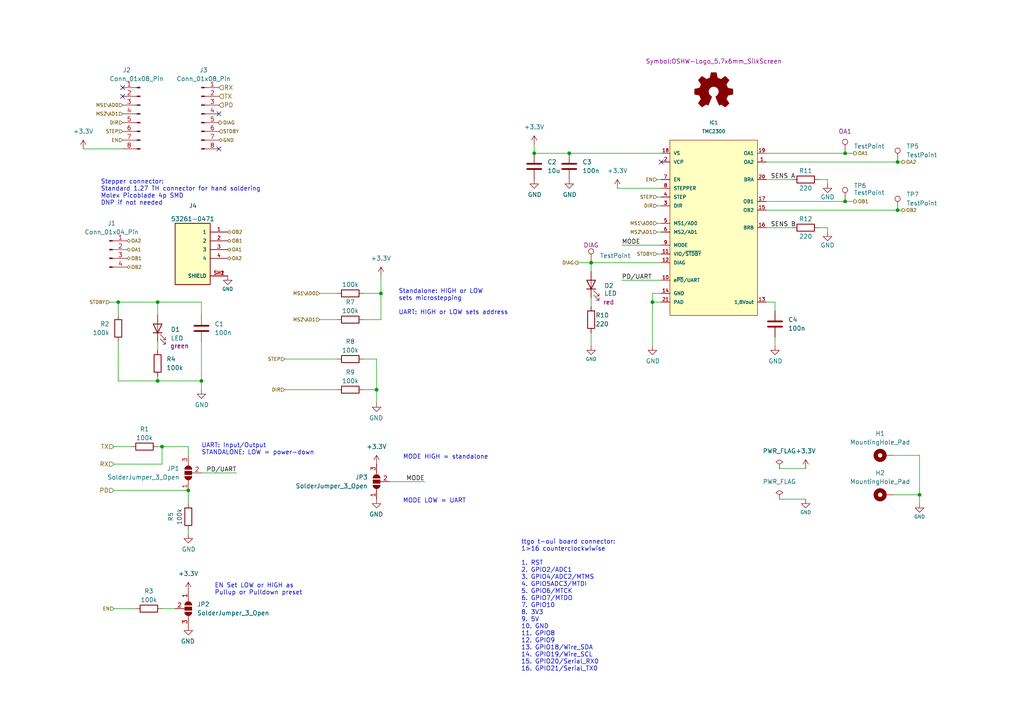
<source format=kicad_sch>
(kicad_sch (version 20230121) (generator eeschema)
  (paper "A4")
  (lib_symbols
    (symbol "53261-0471:53261-0471" (pin_names (offset 1.016))
      (property "Reference" "J" (at -5.0803 7.6204 0))
      (property "Value" "53261-0471" (at -5.0862 -12.7155 0))
      (symbol "53261-0471_0_0"
        (rectangle (start -5.08 -10.16) (end 5.08 7.62) (stroke (width 0.254)) (fill (type background)))
        (pin passive line (at -10.16 5.08 0) (length 5.08) (name "1") (number "1"))
        (pin passive line (at -10.16 2.54 0) (length 5.08) (name "2") (number "2"))
        (pin passive line (at -10.16 0 0) (length 5.08) (name "3") (number "3"))
        (pin passive line (at -10.16 -2.54 0) (length 5.08) (name "4") (number "4"))
        (pin passive line (at -10.16 -7.62 0) (length 5.08) (name "SHIELD") (number "SH1"))
        (pin passive line (at -10.16 -7.62 0) (length 5.08) (name "SHIELD") (number "SH2"))
      )
    )
    (symbol "Connector:Conn_01x04_Pin" (pin_names (offset 1.016) hide)
      (property "Reference" "J" (at 0 5.08 0))
      (property "Value" "Conn_01x04_Pin" (at 0 -7.62 0))
      (symbol "Conn_01x04_Pin_1_1"
        (polyline (pts (xy 1.27 -5.08) (xy 0.8636 -5.08)) (stroke (width 0.1524)))
        (polyline (pts (xy 1.27 -2.54) (xy 0.8636 -2.54)) (stroke (width 0.1524)))
        (polyline (pts (xy 1.27 0) (xy 0.8636 0)) (stroke (width 0.1524)))
        (polyline (pts (xy 1.27 2.54) (xy 0.8636 2.54)) (stroke (width 0.1524)))
        (rectangle (start 0.8636 -4.953) (end 0 -5.207) (stroke (width 0.1524)) (fill (type outline)))
        (rectangle (start 0.8636 -2.413) (end 0 -2.667) (stroke (width 0.1524)) (fill (type outline)))
        (rectangle (start 0.8636 0.127) (end 0 -0.127) (stroke (width 0.1524)) (fill (type outline)))
        (rectangle (start 0.8636 2.667) (end 0 2.413) (stroke (width 0.1524)) (fill (type outline)))
        (pin passive line (at 5.08 2.54 180) (length 3.81) (name "Pin_1") (number "1"))
        (pin passive line (at 5.08 0 180) (length 3.81) (name "Pin_2") (number "2"))
        (pin passive line (at 5.08 -2.54 180) (length 3.81) (name "Pin_3") (number "3"))
        (pin passive line (at 5.08 -5.08 180) (length 3.81) (name "Pin_4") (number "4"))
      )
    )
    (symbol "Connector:Conn_01x08_Pin" (pin_names (offset 1.016) hide)
      (property "Reference" "J" (at 0 10.16 0))
      (property "Value" "Conn_01x08_Pin" (at 0 -12.7 0))
      (symbol "Conn_01x08_Pin_1_1"
        (polyline (pts (xy 1.27 -10.16) (xy 0.8636 -10.16)) (stroke (width 0.1524)))
        (polyline (pts (xy 1.27 -7.62) (xy 0.8636 -7.62)) (stroke (width 0.1524)))
        (polyline (pts (xy 1.27 -5.08) (xy 0.8636 -5.08)) (stroke (width 0.1524)))
        (polyline (pts (xy 1.27 -2.54) (xy 0.8636 -2.54)) (stroke (width 0.1524)))
        (polyline (pts (xy 1.27 0) (xy 0.8636 0)) (stroke (width 0.1524)))
        (polyline (pts (xy 1.27 2.54) (xy 0.8636 2.54)) (stroke (width 0.1524)))
        (polyline (pts (xy 1.27 5.08) (xy 0.8636 5.08)) (stroke (width 0.1524)))
        (polyline (pts (xy 1.27 7.62) (xy 0.8636 7.62)) (stroke (width 0.1524)))
        (rectangle (start 0.8636 -10.033) (end 0 -10.287) (stroke (width 0.1524)) (fill (type outline)))
        (rectangle (start 0.8636 -7.493) (end 0 -7.747) (stroke (width 0.1524)) (fill (type outline)))
        (rectangle (start 0.8636 -4.953) (end 0 -5.207) (stroke (width 0.1524)) (fill (type outline)))
        (rectangle (start 0.8636 -2.413) (end 0 -2.667) (stroke (width 0.1524)) (fill (type outline)))
        (rectangle (start 0.8636 0.127) (end 0 -0.127) (stroke (width 0.1524)) (fill (type outline)))
        (rectangle (start 0.8636 2.667) (end 0 2.413) (stroke (width 0.1524)) (fill (type outline)))
        (rectangle (start 0.8636 5.207) (end 0 4.953) (stroke (width 0.1524)) (fill (type outline)))
        (rectangle (start 0.8636 7.747) (end 0 7.493) (stroke (width 0.1524)) (fill (type outline)))
        (pin passive line (at 5.08 7.62 180) (length 3.81) (name "Pin_1") (number "1"))
        (pin passive line (at 5.08 5.08 180) (length 3.81) (name "Pin_2") (number "2"))
        (pin passive line (at 5.08 2.54 180) (length 3.81) (name "Pin_3") (number "3"))
        (pin passive line (at 5.08 0 180) (length 3.81) (name "Pin_4") (number "4"))
        (pin passive line (at 5.08 -2.54 180) (length 3.81) (name "Pin_5") (number "5"))
        (pin passive line (at 5.08 -5.08 180) (length 3.81) (name "Pin_6") (number "6"))
        (pin passive line (at 5.08 -7.62 180) (length 3.81) (name "Pin_7") (number "7"))
        (pin passive line (at 5.08 -10.16 180) (length 3.81) (name "Pin_8") (number "8"))
      )
    )
    (symbol "Connector:TestPoint" (pin_numbers hide) (pin_names (offset 0.762) hide)
      (property "Reference" "TP" (at 0 6.858 0))
      (property "Value" "TestPoint" (at 0 5.08 0))
      (symbol "TestPoint_0_1"
        (circle (center 0 3.302) (radius 0.762))
      )
      (symbol "TestPoint_1_1"
        (pin passive line (at 0 0 90) (length 2.54) (name "1") (number "1"))
      )
    )
    (symbol "Device:C" (pin_numbers hide) (pin_names (offset 0.254))
      (property "Reference" "C" (at 0.635 2.54 0))
      (property "Value" "C" (at 0.635 -2.54 0))
      (symbol "C_0_1"
        (polyline (pts (xy -2.032 -0.762) (xy 2.032 -0.762)) (stroke (width 0.508)))
        (polyline (pts (xy -2.032 0.762) (xy 2.032 0.762)) (stroke (width 0.508)))
      )
      (symbol "C_1_1"
        (pin passive line (at 0 3.81 270) (length 2.794) (name "~") (number "1"))
        (pin passive line (at 0 -3.81 90) (length 2.794) (name "~") (number "2"))
      )
    )
    (symbol "Device:LED" (pin_numbers hide) (pin_names (offset 1.016) hide)
      (property "Reference" "D" (at 0 2.54 0))
      (property "Value" "LED" (at 0 -2.54 0))
      (symbol "LED_0_1"
        (polyline (pts (xy -1.27 -1.27) (xy -1.27 1.27)) (stroke (width 0.254)))
        (polyline (pts (xy -1.27 0) (xy 1.27 0)))
        (polyline (pts (xy 1.27 -1.27) (xy 1.27 1.27) (xy -1.27 0) (xy 1.27 -1.27)) (stroke (width 0.254)))
        (polyline (pts (xy -3.048 -0.762) (xy -4.572 -2.286) (xy -3.81 -2.286) (xy -4.572 -2.286) (xy -4.572 -1.524)))
        (polyline (pts (xy -1.778 -0.762) (xy -3.302 -2.286) (xy -2.54 -2.286) (xy -3.302 -2.286) (xy -3.302 -1.524)))
      )
      (symbol "LED_1_1"
        (pin passive line (at -3.81 0 0) (length 2.54) (name "K") (number "1"))
        (pin passive line (at 3.81 0 180) (length 2.54) (name "A") (number "2"))
      )
    )
    (symbol "Device:R" (pin_numbers hide) (pin_names (offset 0))
      (property "Reference" "R" (at 2.032 0 90))
      (property "Value" "R" (at 0 0 90))
      (symbol "R_0_1"
        (rectangle (start -1.016 -2.54) (end 1.016 2.54) (stroke (width 0.254)))
      )
      (symbol "R_1_1"
        (pin passive line (at 0 3.81 270) (length 1.27) (name "~") (number "1"))
        (pin passive line (at 0 -3.81 90) (length 1.27) (name "~") (number "2"))
      )
    )
    (symbol "Graphic:Logo_Open_Hardware_Small" (in_bom no) (on_board no)
      (symbol "Logo_Open_Hardware_Small_0_1"
        (polyline (pts (xy 3.3528 -4.3434) (xy 3.302 -4.318) (xy 3.175 -4.2418) (xy 2.9972 -4.1148) (xy 2.7686 -3.9624) (xy 2.54 -3.81) (xy 2.3622 -3.7084) (xy 2.2352 -3.6068) (xy 2.1844 -3.5814) (xy 2.159 -3.6068) (xy 2.0574 -3.6576) (xy 1.905 -3.7338) (xy 1.8034 -3.7846) (xy 1.6764 -3.8354) (xy 1.6002 -3.8354) (xy 1.6002 -3.8354) (xy 1.5494 -3.7338) (xy 1.4732 -3.5306) (xy 1.3462 -3.302) (xy 1.2446 -3.0226) (xy 1.1176 -2.7178) (xy 0.9652 -2.413) (xy 0.8636 -2.1082) (xy 0.7366 -1.8288) (xy 0.6604 -1.6256) (xy 0.6096 -1.4732) (xy 0.5842 -1.397) (xy 0.5842 -1.397) (xy 0.6604 -1.3208) (xy 0.7874 -1.2446) (xy 1.0414 -1.016) (xy 1.2954 -0.6858) (xy 1.4478 -0.3302) (xy 1.524 0.0762) (xy 1.4732 0.4572) (xy 1.3208 0.8128) (xy 1.0668 1.143) (xy 0.762 1.3716) (xy 0.4064 1.524) (xy 0 1.5748) (xy -0.381 1.5494) (xy -0.7366 1.397) (xy -1.0668 1.143) (xy -1.2192 0.9906) (xy -1.397 0.6604) (xy -1.524 0.3048) (xy -1.524 0.2286) (xy -1.4986 -0.1778) (xy -1.397 -0.5334) (xy -1.1938 -0.8636) (xy -0.9144 -1.143) (xy -0.8636 -1.1684) (xy -0.7366 -1.27) (xy -0.635 -1.3462) (xy -0.5842 -1.397) (xy -1.0668 -2.5908) (xy -1.143 -2.794) (xy -1.2954 -3.1242) (xy -1.397 -3.4036) (xy -1.4986 -3.6322) (xy -1.5748 -3.7846) (xy -1.6002 -3.8354) (xy -1.6002 -3.8354) (xy -1.651 -3.8354) (xy -1.7272 -3.81) (xy -1.905 -3.7338) (xy -2.0066 -3.683) (xy -2.1336 -3.6068) (xy -2.2098 -3.5814) (xy -2.2606 -3.6068) (xy -2.3622 -3.683) (xy -2.54 -3.81) (xy -2.7686 -3.9624) (xy -2.9718 -4.0894) (xy -3.1496 -4.2164) (xy -3.302 -4.318) (xy -3.3528 -4.3434) (xy -3.3782 -4.3434) (xy -3.429 -4.318) (xy -3.5306 -4.2164) (xy -3.7084 -4.064) (xy -3.937 -3.8354) (xy -3.9624 -3.81) (xy -4.1656 -3.6068) (xy -4.318 -3.4544) (xy -4.4196 -3.3274) (xy -4.445 -3.2766) (xy -4.445 -3.2766) (xy -4.4196 -3.2258) (xy -4.318 -3.0734) (xy -4.2164 -2.8956) (xy -4.064 -2.667) (xy -3.6576 -2.0828) (xy -3.8862 -1.5494) (xy -3.937 -1.3716) (xy -4.0386 -1.1684) (xy -4.0894 -1.0414) (xy -4.1148 -0.9652) (xy -4.191 -0.9398) (xy -4.318 -0.9144) (xy -4.5466 -0.8636) (xy -4.8006 -0.8128) (xy -5.0546 -0.7874) (xy -5.2578 -0.7366) (xy -5.4356 -0.7112) (xy -5.5118 -0.6858) (xy -5.5118 -0.6858) (xy -5.5372 -0.635) (xy -5.5372 -0.5588) (xy -5.5372 -0.4318) (xy -5.5626 -0.2286) (xy -5.5626 0.0762) (xy -5.5626 0.127) (xy -5.5372 0.4064) (xy -5.5372 0.635) (xy -5.5372 0.762) (xy -5.5372 0.8382) (xy -5.5372 0.8382) (xy -5.461 0.8382) (xy -5.3086 0.889) (xy -5.08 0.9144) (xy -4.826 0.9652) (xy -4.8006 0.9906) (xy -4.5466 1.0414) (xy -4.318 1.0668) (xy -4.1656 1.1176) (xy -4.0894 1.143) (xy -4.0894 1.143) (xy -4.0386 1.2446) (xy -3.9624 1.4224) (xy -3.8608 1.6256) (xy -3.7846 1.8288) (xy -3.7084 2.0066) (xy -3.6576 2.159) (xy -3.6322 2.2098) (xy -3.6322 2.2098) (xy -3.683 2.286) (xy -3.7592 2.413) (xy -3.8862 2.5908) (xy -4.064 2.8194) (xy -4.064 2.8448) (xy -4.2164 3.0734) (xy -4.3434 3.2512) (xy -4.4196 3.3782) (xy -4.445 3.4544) (xy -4.445 3.4544) (xy -4.3942 3.5052) (xy -4.2926 3.6322) (xy -4.1148 3.81) (xy -3.937 4.0132) (xy -3.8608 4.064) (xy -3.6576 4.2926) (xy -3.5052 4.4196) (xy -3.4036 4.4958) (xy -3.3528 4.5212) (xy -3.3528 4.5212) (xy -3.302 4.4704) (xy -3.1496 4.3688) (xy -2.9718 4.2418) (xy -2.7432 4.0894) (xy -2.7178 4.0894) (xy -2.4892 3.937) (xy -2.3114 3.81) (xy -2.1844 3.7084) (xy -2.1336 3.683) (xy -2.1082 3.683) (xy -2.032 3.7084) (xy -1.8542 3.7592) (xy -1.6764 3.8354) (xy -1.4732 3.937) (xy -1.27 4.0132) (xy -1.143 4.064) (xy -1.0668 4.1148) (xy -1.0668 4.1148) (xy -1.0414 4.191) (xy -1.016 4.3434) (xy -0.9652 4.572) (xy -0.9144 4.8514) (xy -0.889 4.9022) (xy -0.8382 5.1562) (xy -0.8128 5.3848) (xy -0.7874 5.5372) (xy -0.762 5.588) (xy -0.7112 5.6134) (xy -0.5842 5.6134) (xy -0.4064 5.6134) (xy -0.1524 5.6134) (xy 0.0762 5.6134) (xy 0.3302 5.6134) (xy 0.5334 5.6134) (xy 0.6858 5.588) (xy 0.7366 5.588) (xy 0.7366 5.588) (xy 0.762 5.5118) (xy 0.8128 5.334) (xy 0.8382 5.1054) (xy 0.9144 4.826) (xy 0.9144 4.7752) (xy 0.9652 4.5212) (xy 1.016 4.2926) (xy 1.0414 4.1402) (xy 1.0668 4.0894) (xy 1.0668 4.0894) (xy 1.1938 4.0386) (xy 1.3716 3.9624) (xy 1.5748 3.8608) (xy 2.0828 3.6576) (xy 2.7178 4.0894) (xy 2.7686 4.1402) (xy 2.9972 4.2926) (xy 3.175 4.4196) (xy 3.302 4.4958) (xy 3.3782 4.5212) (xy 3.3782 4.5212) (xy 3.429 4.4704) (xy 3.556 4.3434) (xy 3.7338 4.191) (xy 3.9116 3.9878) (xy 4.064 3.8354) (xy 4.2418 3.6576) (xy 4.3434 3.556) (xy 4.4196 3.4798) (xy 4.4196 3.429) (xy 4.4196 3.4036) (xy 4.3942 3.3274) (xy 4.2926 3.2004) (xy 4.1656 2.9972) (xy 4.0132 2.794) (xy 3.8862 2.5908) (xy 3.7592 2.3876) (xy 3.6576 2.2352) (xy 3.6322 2.159) (xy 3.6322 2.1336) (xy 3.683 2.0066) (xy 3.7592 1.8288) (xy 3.8608 1.6002) (xy 4.064 1.1176) (xy 4.3942 1.0414) (xy 4.5974 1.016) (xy 4.8768 0.9652) (xy 5.1308 0.9144) (xy 5.5372 0.8382) (xy 5.5626 -0.6604) (xy 5.4864 -0.6858) (xy 5.4356 -0.6858) (xy 5.2832 -0.7366) (xy 5.0546 -0.762) (xy 4.8006 -0.8128) (xy 4.5974 -0.8636) (xy 4.3688 -0.9144) (xy 4.2164 -0.9398) (xy 4.1402 -0.9398) (xy 4.1148 -0.9652) (xy 4.064 -1.0668) (xy 3.9878 -1.2446) (xy 3.9116 -1.4478) (xy 3.81 -1.651) (xy 3.7338 -1.8542) (xy 3.683 -2.0066) (xy 3.6576 -2.0828) (xy 3.683 -2.1336) (xy 3.7846 -2.2606) (xy 3.8862 -2.4638) (xy 4.0386 -2.667) (xy 4.191 -2.8956) (xy 4.318 -3.0734) (xy 4.3942 -3.2004) (xy 4.445 -3.2766) (xy 4.4196 -3.3274) (xy 4.3434 -3.429) (xy 4.1656 -3.5814) (xy 3.937 -3.8354) (xy 3.8862 -3.8608) (xy 3.683 -4.064) (xy 3.5306 -4.2164) (xy 3.4036 -4.318) (xy 3.3528 -4.3434)) (fill (type outline)))
      )
    )
    (symbol "Jumper:SolderJumper_3_Open" (pin_names (offset 0) hide)
      (property "Reference" "JP" (at -2.54 -2.54 0))
      (property "Value" "SolderJumper_3_Open" (at 0 2.794 0))
      (symbol "SolderJumper_3_Open_0_1"
        (arc (start -1.016 1.016) (mid -2.0276 0) (end -1.016 -1.016))
        (arc (start -1.016 1.016) (mid -2.0276 0) (end -1.016 -1.016) (fill (type outline)))
        (rectangle (start -0.508 1.016) (end 0.508 -1.016) (fill (type outline)))
        (polyline (pts (xy -2.54 0) (xy -2.032 0)))
        (polyline (pts (xy -1.016 1.016) (xy -1.016 -1.016)))
        (polyline (pts (xy 0 -1.27) (xy 0 -1.016)))
        (polyline (pts (xy 1.016 1.016) (xy 1.016 -1.016)))
        (polyline (pts (xy 2.54 0) (xy 2.032 0)))
        (arc (start 1.016 -1.016) (mid 2.0276 0) (end 1.016 1.016))
        (arc (start 1.016 -1.016) (mid 2.0276 0) (end 1.016 1.016) (fill (type outline)))
      )
      (symbol "SolderJumper_3_Open_1_1"
        (pin passive line (at -5.08 0 0) (length 2.54) (name "A") (number "1"))
        (pin passive line (at 0 -3.81 90) (length 2.54) (name "C") (number "2"))
        (pin passive line (at 5.08 0 180) (length 2.54) (name "B") (number "3"))
      )
    )
    (symbol "Mechanical:MountingHole_Pad" (pin_numbers hide) (pin_names (offset 1.016) hide)
      (property "Reference" "H" (at 0 6.35 0))
      (property "Value" "MountingHole_Pad" (at 0 4.445 0))
      (symbol "MountingHole_Pad_0_1"
        (circle (center 0 1.27) (radius 1.27) (stroke (width 1.27)))
      )
      (symbol "MountingHole_Pad_1_1"
        (pin input line (at 0 -2.54 90) (length 2.54) (name "1") (number "1"))
      )
    )
    (symbol "TMC:TMC2300-Trinamic" (pin_names (offset 1.016))
      (property "Reference" "IC1" (at 0 29.21 0))
      (property "Value" "TMC2300" (at 0 26.67 0))
      (symbol "TMC2300-Trinamic_0_0"
        (pin power_out line (at 15.24 19.05 180) (length 2.54) (name "OA2") (number "1"))
        (pin input line (at -15.24 -7.62 0) (length 2.54) (name "VIO/~{STDBY}") (number "11"))
        (pin output line (at -15.24 -10.16 0) (length 2.54) (name "DIAG") (number "12"))
        (pin power_in line (at -15.24 -19.05 0) (length 2.54) (name "GND") (number "14"))
        (pin power_out line (at 15.24 5.08 180) (length 2.54) (name "OB2") (number "15"))
        (pin power_out line (at 15.24 0 180) (length 2.54) (name "BRB") (number "16"))
        (pin power_out line (at 15.24 7.62 180) (length 2.54) (name "OB1") (number "17"))
        (pin input line (at -15.24 21.59 0) (length 2.54) (name "VS") (number "18"))
        (pin power_out line (at 15.24 21.59 180) (length 2.54) (name "OA1") (number "19"))
        (pin passive line (at -15.24 19.05 0) (length 2.54) (name "VCP") (number "2"))
        (pin power_out line (at 15.24 13.97 180) (length 2.54) (name "BRA") (number "20"))
        (pin input line (at -15.24 6.35 0) (length 2.54) (name "DIR") (number "3"))
        (pin input line (at -15.24 8.89 0) (length 2.54) (name "STEP") (number "4"))
        (pin input line (at -15.24 1.27 0) (length 2.54) (name "MS1/AD0") (number "5"))
        (pin input line (at -15.24 -1.27 0) (length 2.54) (name "MS2/AD1") (number "6"))
        (pin input line (at -15.24 13.97 0) (length 2.54) (name "EN") (number "7"))
        (pin input line (at -15.24 11.43 0) (length 2.54) (name "STEPPER") (number "8"))
        (pin input line (at -15.24 -5.08 0) (length 2.54) (name "MODE") (number "9"))
      )
      (symbol "TMC2300-Trinamic_0_1"
        (rectangle (start -12.7 25.4) (end 12.7 -25.4) (fill (type background)))
      )
      (symbol "TMC2300-Trinamic_1_0"
        (pin bidirectional line (at -15.24 -15.24 0) (length 2.54) (name "e~{PD}/UART") (number "10"))
        (pin power_out line (at 15.24 -21.59 180) (length 2.54) (name "1,8Vout") (number "13"))
        (pin power_in line (at -15.24 -21.59 0) (length 2.54) (name "PAD") (number "21"))
      )
    )
    (symbol "power:+3.3V" (power) (pin_names (offset 0))
      (property "Value" "+3.3V" (at 0 3.556 0))
      (symbol "+3.3V_0_1"
        (polyline (pts (xy -0.762 1.27) (xy 0 2.54)))
        (polyline (pts (xy 0 0) (xy 0 2.54)))
        (polyline (pts (xy 0 2.54) (xy 0.762 1.27)))
      )
      (symbol "+3.3V_1_1"
        (pin power_in line (at 0 0 90) (length 0) hide (name "+3.3V") (number "1"))
      )
    )
    (symbol "power:GND" (power) (pin_names (offset 0))
      (property "Value" "GND" (at 0 -3.81 0))
      (symbol "GND_0_1"
        (polyline (pts (xy 0 0) (xy 0 -1.27) (xy 1.27 -1.27) (xy 0 -2.54) (xy -1.27 -1.27) (xy 0 -1.27)))
      )
      (symbol "GND_1_1"
        (pin power_in line (at 0 0 270) (length 0) hide (name "GND") (number "1"))
      )
    )
    (symbol "power:PWR_FLAG" (power) (pin_numbers hide) (pin_names (offset 0) hide)
      (property "Value" "PWR_FLAG" (at 0 3.81 0))
      (symbol "PWR_FLAG_0_0"
        (pin power_out line (at 0 0 90) (length 0) (name "pwr") (number "1"))
      )
      (symbol "PWR_FLAG_0_1"
        (polyline (pts (xy 0 0) (xy 0 1.27) (xy -1.016 1.905) (xy 0 2.54) (xy 1.016 1.905) (xy 0 1.27)))
      )
    )
  )
  (junction (at 245.11 44.45))
  (junction (at 171.45 76.2))
  (junction (at 110.49 85.09))
  (junction (at 54.61 142.24))
  (junction (at 45.72 87.63))
  (junction (at 266.7 143.51))
  (junction (at 260.35 60.96))
  (junction (at 260.35 46.99))
  (junction (at 154.94 44.45))
  (junction (at 34.29 87.63))
  (junction (at 109.22 113.03))
  (junction (at 189.23 87.63))
  (junction (at 46.99 129.54))
  (junction (at 245.11 58.42))
  (junction (at 45.72 110.49))
  (junction (at 165.1 44.45))
  (junction (at 58.42 110.49))
  (no_connect (at 191.77 46.99))
  (no_connect (at 35.56 25.4))
  (no_connect (at 63.5 33.02))
  (no_connect (at 63.5 43.18))
  (no_connect (at 35.56 27.94))
  (wire (pts (xy 190.5 64.77) (xy 191.77 64.77)))
  (wire (pts (xy 190.5 67.31) (xy 191.77 67.31)))
  (wire (pts (xy 165.1 44.45) (xy 191.77 44.45)))
  (wire (pts (xy 45.72 110.49) (xy 45.72 109.22)))
  (wire (pts (xy 189.23 87.63) (xy 191.77 87.63)))
  (wire (pts (xy 105.41 85.09) (xy 110.49 85.09)))
  (wire (pts (xy 92.71 85.09) (xy 97.79 85.09)))
  (wire (pts (xy 240.03 66.04) (xy 240.03 67.31)))
  (wire (pts (xy 45.72 110.49) (xy 58.42 110.49)))
  (wire (pts (xy 260.35 46.99) (xy 261.62 46.99)))
  (wire (pts (xy 222.25 60.96) (xy 260.35 60.96)))
  (wire (pts (xy 45.72 87.63) (xy 58.42 87.63)))
  (wire (pts (xy 46.99 129.54) (xy 45.72 129.54)))
  (wire (pts (xy 190.5 57.15) (xy 191.77 57.15)))
  (wire (pts (xy 33.02 134.62) (xy 46.99 134.62)))
  (wire (pts (xy 237.49 66.04) (xy 240.03 66.04)))
  (wire (pts (xy 54.61 129.54) (xy 46.99 129.54)))
  (wire (pts (xy 222.25 58.42) (xy 245.11 58.42)))
  (wire (pts (xy 226.06 144.78) (xy 233.68 144.78)))
  (wire (pts (xy 58.42 99.06) (xy 58.42 110.49)))
  (wire (pts (xy 33.02 142.24) (xy 54.61 142.24)))
  (wire (pts (xy 171.45 76.2) (xy 171.45 78.74)))
  (wire (pts (xy 167.64 76.2) (xy 171.45 76.2)))
  (wire (pts (xy 245.11 44.45) (xy 247.65 44.45)))
  (wire (pts (xy 54.61 142.24) (xy 54.61 146.05)))
  (wire (pts (xy 171.45 76.2) (xy 191.77 76.2)))
  (wire (pts (xy 24.13 43.18) (xy 35.56 43.18)))
  (wire (pts (xy 105.41 113.03) (xy 109.22 113.03)))
  (wire (pts (xy 222.25 46.99) (xy 260.35 46.99)))
  (wire (pts (xy 110.49 85.09) (xy 110.49 92.71)))
  (wire (pts (xy 266.7 132.08) (xy 266.7 143.51)))
  (wire (pts (xy 191.77 81.28) (xy 180.34 81.28)))
  (wire (pts (xy 266.7 143.51) (xy 259.08 143.51)))
  (wire (pts (xy 226.06 135.89) (xy 233.68 135.89)))
  (wire (pts (xy 237.49 52.07) (xy 240.03 52.07)))
  (wire (pts (xy 33.02 129.54) (xy 38.1 129.54)))
  (wire (pts (xy 34.29 87.63) (xy 45.72 87.63)))
  (wire (pts (xy 45.72 99.06) (xy 45.72 101.6)))
  (wire (pts (xy 58.42 110.49) (xy 58.42 113.03)))
  (wire (pts (xy 105.41 104.14) (xy 109.22 104.14)))
  (wire (pts (xy 109.22 104.14) (xy 109.22 113.03)))
  (wire (pts (xy 58.42 87.63) (xy 58.42 91.44)))
  (wire (pts (xy 31.75 87.63) (xy 34.29 87.63)))
  (wire (pts (xy 189.23 85.09) (xy 189.23 87.63)))
  (wire (pts (xy 222.25 66.04) (xy 229.87 66.04)))
  (wire (pts (xy 110.49 80.01) (xy 110.49 85.09)))
  (wire (pts (xy 34.29 99.06) (xy 34.29 110.49)))
  (wire (pts (xy 34.29 110.49) (xy 45.72 110.49)))
  (wire (pts (xy 189.23 85.09) (xy 191.77 85.09)))
  (wire (pts (xy 33.02 176.53) (xy 39.37 176.53)))
  (wire (pts (xy 34.29 91.44) (xy 34.29 87.63)))
  (wire (pts (xy 260.35 60.96) (xy 261.62 60.96)))
  (wire (pts (xy 109.22 113.03) (xy 109.22 116.84)))
  (wire (pts (xy 45.72 87.63) (xy 45.72 91.44)))
  (wire (pts (xy 171.45 88.9) (xy 171.45 86.36)))
  (wire (pts (xy 92.71 92.71) (xy 97.79 92.71)))
  (wire (pts (xy 266.7 146.05) (xy 266.7 143.51)))
  (wire (pts (xy 68.58 137.16) (xy 58.42 137.16)))
  (wire (pts (xy 105.41 92.71) (xy 110.49 92.71)))
  (wire (pts (xy 245.11 58.42) (xy 247.65 58.42)))
  (wire (pts (xy 46.99 134.62) (xy 46.99 129.54)))
  (wire (pts (xy 46.99 176.53) (xy 50.8 176.53)))
  (wire (pts (xy 222.25 52.07) (xy 229.87 52.07)))
  (wire (pts (xy 54.61 153.67) (xy 54.61 154.94)))
  (wire (pts (xy 222.25 44.45) (xy 245.11 44.45)))
  (wire (pts (xy 240.03 52.07) (xy 240.03 53.34)))
  (wire (pts (xy 224.79 100.33) (xy 224.79 97.79)))
  (wire (pts (xy 171.45 96.52) (xy 171.45 100.33)))
  (wire (pts (xy 82.55 113.03) (xy 97.79 113.03)))
  (wire (pts (xy 180.34 71.12) (xy 191.77 71.12)))
  (wire (pts (xy 190.5 52.07) (xy 191.77 52.07)))
  (wire (pts (xy 54.61 132.08) (xy 54.61 129.54)))
  (wire (pts (xy 179.07 54.61) (xy 191.77 54.61)))
  (wire (pts (xy 154.94 44.45) (xy 165.1 44.45)))
  (wire (pts (xy 224.79 87.63) (xy 222.25 87.63)))
  (wire (pts (xy 224.79 90.17) (xy 224.79 87.63)))
  (wire (pts (xy 82.55 104.14) (xy 97.79 104.14)))
  (wire (pts (xy 123.19 139.7) (xy 113.03 139.7)))
  (wire (pts (xy 266.7 132.08) (xy 259.08 132.08)))
  (wire (pts (xy 189.23 87.63) (xy 189.23 100.33)))
  (wire (pts (xy 154.94 41.91) (xy 154.94 44.45)))
  (wire (pts (xy 190.5 59.69) (xy 191.77 59.69)))
  (wire (pts (xy 190.5 73.66) (xy 191.77 73.66)))
  (text "MODE HIGH = standalone" (at 116.84 133.35 0) (effects (font (size 1.27 1.27)) (justify left bottom)))
  (text "UART: Input/Output\nSTANDALONE: LOW = power-down" (at 58.42 132.08 0) (effects (font (size 1.27 1.27)) (justify left bottom)))
  (text "Standalone: HIGH or LOW \nsets microstepping \n\nUART: HIGH or LOW sets address" (at 115.57 91.44 0) (effects (font (size 1.27 1.27)) (justify left bottom)))
  (text "Stepper connector:\nStandard 1.27 TH connector for hand soldering \nMolex Picoblade 4p SMD \nDNP if not needed" (at 29.21 59.69 0) (effects (font (size 1.27 1.27)) (justify left bottom)))
  (text "ttgo t-oui board connector:\n1>16 counterclockwiwise\n\n1. RST\n2. GPIO2/ADC1\n3. GPIO4/ADC2/MTMS\n4. GPIO5ADC3/MTDI\n5. GPIO6/MTCK \n6. GPIO7/MTDO\n7. GPIO10\n8. 3V3\n9. 5V\n10. GND\n11. GPIO8\n12. GPIO9\n13. GPIO18/Wire_SDA\n14. GPIO19/Wire_SCL\n15. GPIO20/Serial_RX0\n16. GPIO21/Serial_TX0\n\n" (at 151.13 196.85 0) (effects (font (size 1.27 1.27)) (justify left bottom)))
  (text "MODE LOW = UART" (at 116.84 146.05 0) (effects (font (size 1.27 1.27)) (justify left bottom)))
  (text "EN Set LOW or HIGH as \nPullup or Pulldown preset" (at 62.23 172.72 0) (effects (font (size 1.27 1.27)) (justify left bottom)))
  (label "PD{slash}UART" (at 68.58 137.16 180))
  (label "SENS B" (at 223.52 66.04 0))
  (label "SENS A" (at 223.52 52.07 0))
  (label "PD{slash}UART" (at 180.34 81.28 0))
  (label "MODE" (at 123.19 139.7 180))
  (label "MODE" (at 180.34 71.12 0))
  (hierarchical_label "DIR" (shape input) (at 82.55 113.03 180) (effects (font (size 0.9906 0.9906))))
  (hierarchical_label "OB1" (shape bidirectional) (at 36.83 74.93 0) (effects (font (size 0.9906 0.9906))))
  (hierarchical_label "DIAG" (shape output) (at 167.64 76.2 180) (effects (font (size 0.9906 0.9906))))
  (hierarchical_label "EN" (shape input) (at 35.56 40.64 180) (effects (font (size 0.9906 0.9906))))
  (hierarchical_label "MS1\\AD0" (shape input) (at 190.5 64.77 180) (effects (font (size 0.9906 0.9906))))
  (hierarchical_label "EN" (shape input) (at 33.02 176.53 180) (effects (font (size 0.9906 0.9906))))
  (hierarchical_label "OA1" (shape bidirectional) (at 66.04 72.39 0) (effects (font (size 0.9906 0.9906))))
  (hierarchical_label "PD" (shape input) (at 63.5 30.48 0))
  (hierarchical_label "MS1\\AD0" (shape input) (at 35.56 30.48 180) (effects (font (size 0.9906 0.9906))))
  (hierarchical_label "STEP" (shape input) (at 190.5 57.15 180) (effects (font (size 0.9906 0.9906))))
  (hierarchical_label "MS2\\AD1" (shape input) (at 190.5 67.31 180) (effects (font (size 0.9906 0.9906))))
  (hierarchical_label "STEP" (shape input) (at 35.56 38.1 180) (effects (font (size 0.9906 0.9906))))
  (hierarchical_label "RX" (shape input) (at 63.5 25.4 0))
  (hierarchical_label "GND" (shape bidirectional) (at 63.5 40.64 0) (effects (font (size 0.9906 0.9906))))
  (hierarchical_label "STDBY" (shape input) (at 63.5 38.1 0) (effects (font (size 0.9906 0.9906))))
  (hierarchical_label "PD" (shape input) (at 33.02 142.24 180))
  (hierarchical_label "OB2" (shape output) (at 261.62 60.96 0) (effects (font (size 0.9906 0.9906))))
  (hierarchical_label "DIR" (shape input) (at 35.56 35.56 180) (effects (font (size 0.9906 0.9906))))
  (hierarchical_label "OA1" (shape bidirectional) (at 36.83 72.39 0) (effects (font (size 0.9906 0.9906))))
  (hierarchical_label "OA2" (shape bidirectional) (at 66.04 74.93 0) (effects (font (size 0.9906 0.9906))))
  (hierarchical_label "STEP" (shape input) (at 82.55 104.14 180) (effects (font (size 0.9906 0.9906))))
  (hierarchical_label "OA2" (shape output) (at 261.62 46.99 0) (effects (font (size 0.9906 0.9906))))
  (hierarchical_label "OB2" (shape bidirectional) (at 36.83 77.47 0) (effects (font (size 0.9906 0.9906))))
  (hierarchical_label "STDBY" (shape input) (at 190.5 73.66 180) (effects (font (size 0.9906 0.9906))))
  (hierarchical_label "OB1" (shape output) (at 247.65 58.42 0) (effects (font (size 0.9906 0.9906))))
  (hierarchical_label "OA2" (shape bidirectional) (at 36.83 69.85 0) (effects (font (size 0.9906 0.9906))))
  (hierarchical_label "MS2\\AD1" (shape input) (at 35.56 33.02 180) (effects (font (size 0.9906 0.9906))))
  (hierarchical_label "DIAG" (shape output) (at 63.5 35.56 0) (effects (font (size 0.9906 0.9906))))
  (hierarchical_label "OA1" (shape output) (at 247.65 44.45 0) (effects (font (size 0.9906 0.9906))))
  (hierarchical_label "MS2\\AD1" (shape input) (at 92.71 92.71 180) (effects (font (size 0.9906 0.9906))))
  (hierarchical_label "DIR" (shape input) (at 190.5 59.69 180) (effects (font (size 0.9906 0.9906))))
  (hierarchical_label "TX" (shape input) (at 33.02 129.54 180))
  (hierarchical_label "MS1\\AD0" (shape input) (at 92.71 85.09 180) (effects (font (size 0.9906 0.9906))))
  (hierarchical_label "OB1" (shape bidirectional) (at 66.04 69.85 0) (effects (font (size 0.9906 0.9906))))
  (hierarchical_label "TX" (shape input) (at 63.5 27.94 0))
  (hierarchical_label "RX" (shape input) (at 33.02 134.62 180))
  (hierarchical_label "OB2" (shape bidirectional) (at 66.04 67.31 0) (effects (font (size 0.9906 0.9906))))
  (hierarchical_label "STDBY" (shape input) (at 31.75 87.63 180) (effects (font (size 0.9906 0.9906))))
  (hierarchical_label "EN" (shape input) (at 190.5 52.07 180) (effects (font (size 0.9906 0.9906))))
  (symbol (lib_id "power:GND") (at 66.04 80.01 0) (mirror y) (unit 1)
    (property "Reference" "#PWR021" (effects hide))
    (property "Value" "GND" (at 66.04 83.82 0) (effects (font (size 0.9906 0.9906))))
  )
  (symbol (lib_id "Jumper:SolderJumper_3_Open") (at 109.22 139.7 90) (unit 1)
    (property "Reference" "JP3" (at 106.68 138.43 90) (effects (justify left)))
    (property "Value" "SolderJumper_3_Open" (at 106.68 140.97 90) (effects (justify left)))
    (property "Footprint" "Jumper:SolderJumper-3_P1.3mm_Open_Pad1.0x1.5mm_NumberLabels" (effects hide))
  )
  (symbol (lib_id "Graphic:Logo_Open_Hardware_Small") (at 207.01 26.67 0) (unit 1)
    (property "Reference" "#SYM1" (effects hide))
    (property "Value" "Logo_Open_Hardware_Small" (effects hide))
    (property "Footprint" "Symbol:OSHW-Logo_5.7x6mm_SilkScreen" (at 207.01 17.78 0))
    (property "Sim.Enable" "0" (effects hide))
  )
  (symbol (lib_id "power:GND") (at 109.22 116.84 0) (mirror y) (unit 1)
    (property "Reference" "#PWR09" (effects hide))
    (property "Value" "GND" (at 109.093 121.2342 0))
  )
  (symbol (lib_id "power:GND") (at 189.23 100.33 0) (unit 1)
    (property "Reference" "#PWR015" (effects hide))
    (property "Value" "GND" (at 189.357 104.7242 0))
  )
  (symbol (lib_id "power:GND") (at 109.22 144.78 0) (mirror y) (unit 1)
    (property "Reference" "#PWR07" (effects hide))
    (property "Value" "GND" (at 109.093 149.1742 0))
  )
  (symbol (lib_id "Connector:TestPoint") (at 245.11 58.42 0) (unit 1)
    (property "Reference" "TP6" (at 247.65 53.848 0) (effects (justify left)))
    (property "Value" "TestPoint" (at 247.65 55.88 0) (effects (justify left)))
    (property "Footprint" "TestPoint:TestPoint_Pad_D1.0mm" (effects hide))
    (property "Feld4" "OB1" (effects hide))
  )
  (symbol (lib_id "Device:LED") (at 45.72 95.25 90) (unit 1)
    (property "Reference" "D1" (at 49.53 95.5675 90) (effects (justify right)))
    (property "Value" "LED" (at 49.53 98.1075 90) (effects (justify right)))
    (property "Footprint" "LED_SMD:LED_0603_1608Metric" (effects hide))
    (property "color" "green" (at 52.07 100.33 90))
  )
  (symbol (lib_id "Device:R") (at 45.72 105.41 180) (unit 1)
    (property "Reference" "R4" (at 48.26 104.14 0) (effects (justify right)))
    (property "Value" "100k" (at 48.26 106.68 0) (effects (justify right)))
    (property "Footprint" "Resistor_SMD:R_0603_1608Metric" (effects hide))
  )
  (symbol (lib_id "power:GND") (at 171.45 100.33 0) (unit 1)
    (property "Reference" "#PWR013" (effects hide))
    (property "Value" "GND" (at 171.45 104.14 0) (effects (font (size 0.9906 0.9906))))
  )
  (symbol (lib_id "power:GND") (at 54.61 154.94 0) (unit 1)
    (property "Reference" "#PWR02" (effects hide))
    (property "Value" "GND" (at 54.737 159.3342 0))
  )
  (symbol (lib_id "Connector:TestPoint") (at 171.45 76.2 0) (unit 1)
    (property "Reference" "TP1" (effects hide))
    (property "Value" "TestPoint" (at 173.99 74.168 0) (effects (justify left)))
    (property "Footprint" "TestPoint:TestPoint_Pad_D1.0mm" (effects hide))
    (property "Feld4" "DIAG" (at 171.45 71.12 0))
  )
  (symbol (lib_id "power:+3.3V") (at 110.49 80.01 0) (mirror y) (unit 1)
    (property "Reference" "#PWR08" (effects hide))
    (property "Value" "+3.3V" (at 110.49 74.93 0))
  )
  (symbol (lib_id "Connector:Conn_01x08_Pin") (at 58.42 33.02 0) (unit 1)
    (property "Reference" "J3" (at 59.055 20.32 0))
    (property "Value" "Conn_01x08_Pin" (at 59.055 22.86 0))
    (property "Footprint" "Connector_PinHeader_2.54mm:PinHeader_1x08_P2.54mm_Vertical" (effects hide))
  )
  (symbol (lib_id "Device:C") (at 165.1 48.26 0) (unit 1)
    (property "Reference" "C3" (at 168.91 46.99 0) (effects (justify left)))
    (property "Value" "100n" (at 168.91 49.53 0) (effects (justify left)))
    (property "Footprint" "Resistor_SMD:R_0603_1608Metric" (effects hide))
  )
  (symbol (lib_id "Connector:TestPoint") (at 260.35 46.99 0) (unit 1)
    (property "Reference" "TP5" (at 262.89 42.418 0) (effects (justify left)))
    (property "Value" "TestPoint" (at 262.89 44.958 0) (effects (justify left)))
    (property "Footprint" "TestPoint:TestPoint_Pad_D1.0mm" (effects hide))
    (property "Feld4" "OA2" (effects hide))
  )
  (symbol (lib_id "power:+3.3V") (at 24.13 43.18 0) (unit 1)
    (property "Reference" "#PWR01" (effects hide))
    (property "Value" "+3.3V" (at 24.13 38.1 0))
  )
  (symbol (lib_id "Device:R") (at 101.6 104.14 90) (unit 1)
    (property "Reference" "R8" (at 101.6 99.06 90))
    (property "Value" "100k" (at 101.6 101.6 90))
    (property "Footprint" "Resistor_SMD:R_0603_1608Metric" (effects hide))
  )
  (symbol (lib_id "TMC:TMC2300-Trinamic") (at 207.01 66.04 0) (unit 1)
    (property "Reference" "IC1" (at 207.01 35.56 0) (effects (font (size 0.9906 0.9906))))
    (property "Value" "TMC2300" (at 207.01 38.1 0) (effects (font (size 0.9906 0.9906))))
    (property "Footprint" "footprints:QFN20_3x3_TRI" (effects hide))
  )
  (symbol (lib_id "Jumper:SolderJumper_3_Open") (at 54.61 176.53 270) (unit 1)
    (property "Reference" "JP2" (at 57.15 175.26 90) (effects (justify left)))
    (property "Value" "SolderJumper_3_Open" (at 57.15 177.8 90) (effects (justify left)))
    (property "Footprint" "Jumper:SolderJumper-3_P1.3mm_Open_Pad1.0x1.5mm_NumberLabels" (effects hide))
  )
  (symbol (lib_id "power:GND") (at 240.03 53.34 0) (unit 1)
    (property "Reference" "#PWR019" (effects hide))
    (property "Value" "GND" (at 240.03 57.15 0))
  )
  (symbol (lib_id "Device:R") (at 233.68 66.04 90) (unit 1)
    (property "Reference" "R12" (at 233.68 63.5 90))
    (property "Value" "220" (at 233.68 68.58 90))
    (property "Footprint" "Resistor_SMD:R_1206_3216Metric" (effects hide))
  )
  (symbol (lib_id "53261-0471:53261-0471") (at 55.88 72.39 0) (mirror y) (unit 1)
    (property "Reference" "J4" (at 57.15 59.69 0) (effects (justify left)))
    (property "Value" "53261-0471" (at 62.23 63.5 0) (effects (justify left)))
    (property "Footprint" "connector:MOLEX_53261-0471" (effects hide))
    (property "MF" "Molex" (effects hide))
    (property "Description" "\n.049 pitch picoblade header smt right angle 4 circuits | Molex Incorporated 53261-0471\n" (effects hide))
    (property "Package" "None" (effects hide))
    (property "Price" "None" (effects hide))
    (property "Check_prices" "https://www.snapeda.com/parts/53261-0471/Molex/view-part/?ref=eda" (effects hide))
    (property "STANDARD" "Manufacturer recommendations" (effects hide))
    (property "PARTREV" "C" (effects hide))
    (property "SnapEDA_Link" "https://www.snapeda.com/parts/53261-0471/Molex/view-part/?ref=snap" (effects hide))
    (property "MP" "53261-0471" (effects hide))
    (property "Purchase-URL" "https://www.snapeda.com/api/url_track_click_mouser/?unipart_id=379313&manufacturer=Molex&part_name=53261-0471&search_term=None" (effects hide))
    (property "Availability" "In Stock" (effects hide))
    (property "MANUFACTURER" "MOLEX INC" (effects hide))
  )
  (symbol (lib_id "Device:C") (at 224.79 93.98 0) (unit 1)
    (property "Reference" "C4" (at 228.6 92.71 0) (effects (justify left)))
    (property "Value" "100n" (at 228.6 95.25 0) (effects (justify left)))
    (property "Footprint" "Resistor_SMD:R_0603_1608Metric" (effects hide))
  )
  (symbol (lib_id "power:GND") (at 224.79 100.33 0) (unit 1)
    (property "Reference" "#PWR018" (effects hide))
    (property "Value" "GND" (at 224.917 104.7242 0))
  )
  (symbol (lib_id "Mechanical:MountingHole_Pad") (at 256.54 132.08 90) (unit 1)
    (property "Reference" "H1" (at 255.27 125.73 90))
    (property "Value" "MountingHole_Pad" (at 255.27 128.27 90))
    (property "Footprint" "MountingHole:MountingHole_2.2mm_M2_DIN965_Pad" (effects hide))
  )
  (symbol (lib_id "power:+3.3V") (at 109.22 134.62 0) (mirror y) (unit 1)
    (property "Reference" "#PWR06" (effects hide))
    (property "Value" "+3.3V" (at 109.22 129.54 0))
  )
  (symbol (lib_id "Device:C") (at 154.94 48.26 0) (unit 1)
    (property "Reference" "C2" (at 158.75 46.99 0) (effects (justify left)))
    (property "Value" "10u" (at 158.75 49.53 0) (effects (justify left)))
    (property "Footprint" "Resistor_SMD:R_0805_2012Metric" (effects hide))
  )
  (symbol (lib_id "power:GND") (at 266.7 146.05 0) (unit 1)
    (property "Reference" "#PWR022" (effects hide))
    (property "Value" "GND" (at 266.7 149.86 0) (effects (font (size 0.9906 0.9906))))
  )
  (symbol (lib_id "power:PWR_FLAG") (at 226.06 135.89 0) (unit 1)
    (property "Reference" "#FLG01" (effects hide))
    (property "Value" "PWR_FLAG" (at 226.06 130.81 0))
  )
  (symbol (lib_id "power:GND") (at 240.03 67.31 0) (unit 1)
    (property "Reference" "#PWR020" (effects hide))
    (property "Value" "GND" (at 240.03 71.12 0))
  )
  (symbol (lib_id "Device:R") (at 54.61 149.86 180) (unit 1)
    (property "Reference" "R5" (at 49.53 149.86 90))
    (property "Value" "100k" (at 52.07 149.86 90))
    (property "Footprint" "Resistor_SMD:R_0603_1608Metric" (effects hide))
  )
  (symbol (lib_id "power:+3.3V") (at 179.07 54.61 0) (unit 1)
    (property "Reference" "#PWR014" (effects hide))
    (property "Value" "+3.3V" (at 179.07 49.53 0))
  )
  (symbol (lib_id "Device:R") (at 34.29 95.25 0) (mirror x) (unit 1)
    (property "Reference" "R2" (at 31.75 93.98 0) (effects (justify right)))
    (property "Value" "100k" (at 31.75 96.52 0) (effects (justify right)))
    (property "Footprint" "Resistor_SMD:R_0603_1608Metric" (effects hide))
  )
  (symbol (lib_id "power:+3.3V") (at 154.94 41.91 0) (unit 1)
    (property "Reference" "#PWR010" (effects hide))
    (property "Value" "+3.3V" (at 154.94 36.83 0))
  )
  (symbol (lib_id "power:GND") (at 233.68 144.78 0) (unit 1)
    (property "Reference" "#PWR017" (effects hide))
    (property "Value" "GND" (at 233.68 148.59 0) (effects (font (size 0.9906 0.9906))))
  )
  (symbol (lib_id "power:GND") (at 54.61 181.61 0) (mirror y) (unit 1)
    (property "Reference" "#PWR04" (effects hide))
    (property "Value" "GND" (at 54.483 186.0042 0))
  )
  (symbol (lib_id "Device:R") (at 101.6 113.03 90) (unit 1)
    (property "Reference" "R9" (at 101.6 107.95 90))
    (property "Value" "100k" (at 101.6 110.49 90))
    (property "Footprint" "Resistor_SMD:R_0603_1608Metric" (effects hide))
  )
  (symbol (lib_id "Device:R") (at 171.45 92.71 0) (unit 1)
    (property "Reference" "R10" (at 172.72 91.44 0) (effects (justify left)))
    (property "Value" "220" (at 172.72 93.98 0) (effects (justify left)))
    (property "Footprint" "Resistor_SMD:R_0603_1608Metric" (effects hide))
  )
  (symbol (lib_id "Connector:TestPoint") (at 260.35 60.96 0) (unit 1)
    (property "Reference" "TP7" (at 262.89 56.388 0) (effects (justify left)))
    (property "Value" "TestPoint" (at 262.89 58.928 0) (effects (justify left)))
    (property "Footprint" "TestPoint:TestPoint_Pad_D1.0mm" (effects hide))
    (property "Feld4" "OB2" (effects hide))
  )
  (symbol (lib_id "Device:R") (at 43.18 176.53 90) (unit 1)
    (property "Reference" "R3" (at 43.18 171.45 90))
    (property "Value" "100k" (at 43.18 173.99 90))
    (property "Footprint" "Resistor_SMD:R_0603_1608Metric" (effects hide))
  )
  (symbol (lib_id "Connector:Conn_01x08_Pin") (at 40.64 33.02 0) (mirror y) (unit 1)
    (property "Reference" "J2" (at 35.56 20.32 0) (effects (justify right)))
    (property "Value" "Conn_01x08_Pin" (at 31.75 22.86 0) (effects (justify right)))
    (property "Footprint" "Connector_PinHeader_2.54mm:PinHeader_1x08_P2.54mm_Vertical" (effects hide))
  )
  (symbol (lib_id "power:GND") (at 165.1 52.07 0) (unit 1)
    (property "Reference" "#PWR012" (effects hide))
    (property "Value" "GND" (at 165.227 56.4642 0))
  )
  (symbol (lib_id "Device:R") (at 41.91 129.54 90) (unit 1)
    (property "Reference" "R1" (at 41.91 124.46 90))
    (property "Value" "100k" (at 41.91 127 90))
    (property "Footprint" "Resistor_SMD:R_0603_1608Metric" (effects hide))
  )
  (symbol (lib_id "Device:LED") (at 171.45 82.55 90) (unit 1)
    (property "Reference" "D2" (at 175.26 82.8675 90) (effects (justify right)))
    (property "Value" "LED" (at 175.26 85.09 90) (effects (justify right)))
    (property "Footprint" "LED_SMD:LED_0603_1608Metric" (effects hide))
    (property "color" "red" (at 176.53 87.63 90))
  )
  (symbol (lib_id "Connector:TestPoint") (at 245.11 44.45 0) (unit 1)
    (property "Reference" "TP4" (effects hide))
    (property "Value" "TestPoint" (at 247.65 42.418 0) (effects (justify left)))
    (property "Footprint" "TestPoint:TestPoint_Pad_D1.0mm" (effects hide))
    (property "Feld4" "OA1" (at 245.11 38.1 0))
  )
  (symbol (lib_id "Mechanical:MountingHole_Pad") (at 256.54 143.51 90) (unit 1)
    (property "Reference" "H2" (at 255.27 137.16 90))
    (property "Value" "MountingHole_Pad" (at 255.27 139.7 90))
    (property "Footprint" "MountingHole:MountingHole_2.2mm_M2_DIN965_Pad" (effects hide))
  )
  (symbol (lib_id "Device:R") (at 233.68 52.07 90) (unit 1)
    (property "Reference" "R11" (at 233.68 49.53 90))
    (property "Value" "220" (at 233.68 54.61 90))
    (property "Footprint" "Resistor_SMD:R_1206_3216Metric" (effects hide))
  )
  (symbol (lib_id "Connector:Conn_01x04_Pin") (at 31.75 72.39 0) (unit 1)
    (property "Reference" "J1" (at 32.385 64.77 0))
    (property "Value" "Conn_01x04_Pin" (at 32.385 67.31 0))
    (property "Footprint" "Connector_PinHeader_1.27mm:PinHeader_1x04_P1.27mm_Vertical" (effects hide))
  )
  (symbol (lib_id "Device:R") (at 101.6 85.09 90) (unit 1)
    (property "Reference" "R6" (effects hide))
    (property "Value" "100k" (at 101.6 82.55 90))
    (property "Footprint" "Resistor_SMD:R_0603_1608Metric" (effects hide))
  )
  (symbol (lib_id "Jumper:SolderJumper_3_Open") (at 54.61 137.16 90) (unit 1)
    (property "Reference" "JP1" (at 52.07 135.89 90) (effects (justify left)))
    (property "Value" "SolderJumper_3_Open" (at 52.07 138.43 90) (effects (justify left)))
    (property "Footprint" "Jumper:SolderJumper-3_P1.3mm_Open_Pad1.0x1.5mm_NumberLabels" (effects hide))
  )
  (symbol (lib_id "power:+3.3V") (at 233.68 135.89 0) (mirror y) (unit 1)
    (property "Reference" "#PWR016" (effects hide))
    (property "Value" "+3.3V" (at 233.68 130.81 0))
  )
  (symbol (lib_id "power:PWR_FLAG") (at 226.06 144.78 0) (unit 1)
    (property "Reference" "#FLG02" (effects hide))
    (property "Value" "PWR_FLAG" (at 226.06 139.7 0))
  )
  (symbol (lib_id "power:+3.3V") (at 54.61 171.45 0) (mirror y) (unit 1)
    (property "Reference" "#PWR03" (effects hide))
    (property "Value" "+3.3V" (at 54.61 166.37 0))
  )
  (symbol (lib_id "power:GND") (at 154.94 52.07 0) (unit 1)
    (property "Reference" "#PWR011" (effects hide))
    (property "Value" "GND" (at 155.067 56.4642 0))
  )
  (symbol (lib_id "Device:C") (at 58.42 95.25 0) (unit 1)
    (property "Reference" "C1" (at 62.23 93.98 0) (effects (justify left)))
    (property "Value" "100n" (at 62.23 96.52 0) (effects (justify left)))
    (property "Footprint" "Resistor_SMD:R_0603_1608Metric" (effects hide))
  )
  (symbol (lib_id "Device:R") (at 101.6 92.71 90) (unit 1)
    (property "Reference" "R7" (at 101.6 87.63 90))
    (property "Value" "100k" (at 101.6 90.17 90))
    (property "Footprint" "Resistor_SMD:R_0603_1608Metric" (effects hide))
  )
  (symbol (lib_id "power:GND") (at 58.42 113.03 0) (unit 1)
    (property "Reference" "#PWR05" (effects hide))
    (property "Value" "GND" (at 58.547 117.4242 0))
  )
)
</source>
